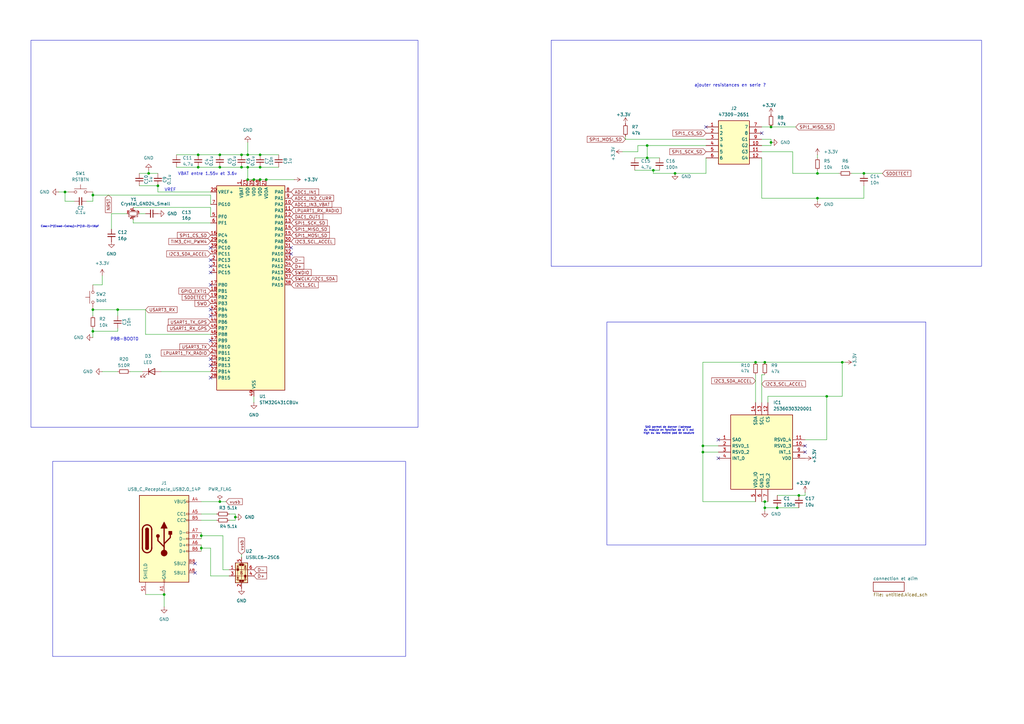
<source format=kicad_sch>
(kicad_sch (version 20231120) (generator "eeschema") (generator_version "8.0")
  (paper "A3")
  (lib_symbols
    (symbol "Device:C_Small" (pin_numbers hide) (pin_names (offset 0.254) hide)
      (property "Reference" "C" (at 0.254 1.778 0))
      (property "Value" "C_Small" (at 0.254 -2.032 0))
      (symbol "C_Small_0_1"
        (polyline (pts (xy -1.524 -0.508) (xy 1.524 -0.508)) (stroke (width 0.3302)))
        (polyline (pts (xy -1.524 0.508) (xy 1.524 0.508)) (stroke (width 0.3048)))
      )
      (symbol "C_Small_1_1"
        (pin passive line (at 0 2.54 270) (length 2.032) (name "~") (number "1"))
        (pin passive line (at 0 -2.54 90) (length 2.032) (name "~") (number "2"))
      )
    )
    (symbol "Device:Crystal_GND24_Small" (pin_names (offset 1.016) hide)
      (property "Reference" "Y" (at 1.27 4.445 0))
      (property "Value" "Crystal_GND24_Small" (at 1.27 2.54 0))
      (symbol "Crystal_GND24_Small_0_1"
        (rectangle (start -0.762 -1.524) (end 0.762 1.524))
        (polyline (pts (xy -1.27 -0.762) (xy -1.27 0.762)) (stroke (width 0.381)))
        (polyline (pts (xy 1.27 -0.762) (xy 1.27 0.762)) (stroke (width 0.381)))
        (polyline (pts (xy -1.27 -1.27) (xy -1.27 -1.905) (xy 1.27 -1.905) (xy 1.27 -1.27)))
        (polyline (pts (xy -1.27 1.27) (xy -1.27 1.905) (xy 1.27 1.905) (xy 1.27 1.27)))
      )
      (symbol "Crystal_GND24_Small_1_1"
        (pin passive line (at -2.54 0 0) (length 1.27) (name "1") (number "1"))
        (pin passive line (at 0 -2.54 90) (length 0.635) (name "2") (number "2"))
        (pin passive line (at 2.54 0 180) (length 1.27) (name "3") (number "3"))
        (pin passive line (at 0 2.54 270) (length 0.635) (name "4") (number "4"))
      )
    )
    (symbol "Device:LED" (pin_numbers hide) (pin_names (offset 1.016) hide)
      (property "Reference" "D" (at 0 2.54 0))
      (property "Value" "LED" (at 0 -2.54 0))
      (symbol "LED_0_1"
        (polyline (pts (xy -1.27 -1.27) (xy -1.27 1.27)) (stroke (width 0.254)))
        (polyline (pts (xy -1.27 0) (xy 1.27 0)))
        (polyline (pts (xy 1.27 -1.27) (xy 1.27 1.27) (xy -1.27 0) (xy 1.27 -1.27)) (stroke (width 0.254)))
        (polyline (pts (xy -3.048 -0.762) (xy -4.572 -2.286) (xy -3.81 -2.286) (xy -4.572 -2.286) (xy -4.572 -1.524)))
        (polyline (pts (xy -1.778 -0.762) (xy -3.302 -2.286) (xy -2.54 -2.286) (xy -3.302 -2.286) (xy -3.302 -1.524)))
      )
      (symbol "LED_1_1"
        (pin passive line (at -3.81 0 0) (length 2.54) (name "K") (number "1"))
        (pin passive line (at 3.81 0 180) (length 2.54) (name "A") (number "2"))
      )
    )
    (symbol "Device:R_Small" (pin_numbers hide) (pin_names (offset 0.254) hide)
      (property "Reference" "R" (at 0.762 0.508 0))
      (property "Value" "R_Small" (at 0.762 -1.016 0))
      (symbol "R_Small_0_1"
        (rectangle (start -0.762 1.778) (end 0.762 -1.778) (stroke (width 0.2032)))
      )
      (symbol "R_Small_1_1"
        (pin passive line (at 0 2.54 270) (length 0.762) (name "~") (number "1"))
        (pin passive line (at 0 -2.54 90) (length 0.762) (name "~") (number "2"))
      )
    )
    (symbol "LTC4065:USB_C_Receptacle_USB2.0_16P" (pin_names (offset 1.016))
      (property "Reference" "J1" (at 0 22.86 0))
      (property "Value" "USB_C_Receptacle_USB2.0_16P" (at 0 20.32 0))
      (symbol "USB_C_Receptacle_USB2.0_16P_0_0"
        (rectangle (start -0.254 -17.78) (end 0.254 -16.764))
        (rectangle (start 10.16 -4.826) (end 9.144 -5.334))
        (rectangle (start 10.16 -2.286) (end 9.144 -2.794))
        (rectangle (start 10.16 0.254) (end 9.144 -0.254))
        (rectangle (start 10.16 2.794) (end 9.144 2.286))
        (rectangle (start 10.16 7.874) (end 9.144 7.366))
        (rectangle (start 10.16 10.414) (end 9.144 9.906))
        (rectangle (start 10.16 15.494) (end 9.144 14.986))
      )
      (symbol "USB_C_Receptacle_USB2.0_16P_0_1"
        (rectangle (start -10.16 17.78) (end 10.16 -17.78) (stroke (width 0.254)) (fill (type background)))
        (arc (start -8.89 -3.81) (mid -6.985 -5.7067) (end -5.08 -3.81) (stroke (width 0.508)))
        (arc (start -7.62 -3.81) (mid -6.985 -4.4423) (end -6.35 -3.81) (stroke (width 0.254)))
        (arc (start -7.62 -3.81) (mid -6.985 -4.4423) (end -6.35 -3.81) (stroke (width 0.254)) (fill (type outline)))
        (rectangle (start -7.62 -3.81) (end -6.35 3.81) (stroke (width 0.254)) (fill (type outline)))
        (arc (start -6.35 3.81) (mid -6.985 4.4423) (end -7.62 3.81) (stroke (width 0.254)))
        (arc (start -6.35 3.81) (mid -6.985 4.4423) (end -7.62 3.81) (stroke (width 0.254)) (fill (type outline)))
        (arc (start -5.08 3.81) (mid -6.985 5.7067) (end -8.89 3.81) (stroke (width 0.508)))
        (circle (center -2.54 1.143) (radius 0.635) (stroke (width 0.254)) (fill (type outline)))
        (circle (center 0 -5.842) (radius 1.27) (fill (type outline)))
        (polyline (pts (xy -8.89 -3.81) (xy -8.89 3.81)) (stroke (width 0.508)))
        (polyline (pts (xy -5.08 3.81) (xy -5.08 -3.81)) (stroke (width 0.508)))
        (polyline (pts (xy 0 -5.842) (xy 0 4.318)) (stroke (width 0.508)))
        (polyline (pts (xy 0 -3.302) (xy -2.54 -0.762) (xy -2.54 0.508)) (stroke (width 0.508)))
        (polyline (pts (xy 0 -2.032) (xy 2.54 0.508) (xy 2.54 1.778)) (stroke (width 0.508)))
        (polyline (pts (xy -1.27 4.318) (xy 0 6.858) (xy 1.27 4.318) (xy -1.27 4.318)) (stroke (width 0.254)) (fill (type outline)))
        (rectangle (start 1.905 1.778) (end 3.175 3.048) (stroke (width 0.254)) (fill (type outline)))
      )
      (symbol "USB_C_Receptacle_USB2.0_16P_1_1"
        (pin passive line (at 0 -22.86 90) (length 5.08) (name "GND") (number "A1"))
        (pin passive line (at 15.24 15.24 180) (length 5.08) (name "VBUS") (number "A4"))
        (pin bidirectional line (at 15.24 10.16 180) (length 5.08) (name "CC1") (number "A5"))
        (pin bidirectional line (at 15.24 -2.54 180) (length 5.08) (name "D+") (number "A6"))
        (pin bidirectional line (at 15.24 2.54 180) (length 5.08) (name "D-") (number "A7"))
        (pin bidirectional line (at 12.7 -13.97 180) (length 2.54) (name "SBU1") (number "A8"))
        (pin bidirectional line (at 15.24 7.62 180) (length 5.08) (name "CC2") (number "B5"))
        (pin bidirectional line (at 15.24 -5.08 180) (length 5.08) (name "D+") (number "B6"))
        (pin bidirectional line (at 15.24 0 180) (length 5.08) (name "D-") (number "B7"))
        (pin bidirectional line (at 12.7 -10.16 180) (length 2.54) (name "SBU2") (number "B8"))
        (pin passive line (at -7.62 -22.86 90) (length 5.08) (name "SHIELD") (number "S1"))
      )
    )
    (symbol "MCU_ST_STM32G4:STM32G431CBUx"
      (property "Reference" "U" (at -12.7 44.45 0))
      (property "Value" "STM32G431CBUx" (at 10.16 44.45 0))
      (symbol "STM32G431CBUx_0_1"
        (rectangle (start -12.7 -40.64) (end 15.24 43.18) (stroke (width 0.254)) (fill (type background)))
      )
      (symbol "STM32G431CBUx_1_1"
        (pin power_in line (at -2.54 45.72 270) (length 2.54) (name "VBAT") (number "1"))
        (pin bidirectional line (at 17.78 35.56 180) (length 2.54) (name "PA2") (number "10"))
        (pin bidirectional line (at 17.78 33.02 180) (length 2.54) (name "PA3") (number "11"))
        (pin bidirectional line (at 17.78 30.48 180) (length 2.54) (name "PA4") (number "12"))
        (pin bidirectional line (at 17.78 27.94 180) (length 2.54) (name "PA5") (number "13"))
        (pin bidirectional line (at 17.78 25.4 180) (length 2.54) (name "PA6") (number "14"))
        (pin bidirectional line (at 17.78 22.86 180) (length 2.54) (name "PA7") (number "15"))
        (pin bidirectional line (at -15.24 22.86 0) (length 2.54) (name "PC4") (number "16"))
        (pin bidirectional line (at -15.24 2.54 0) (length 2.54) (name "PB0") (number "17"))
        (pin bidirectional line (at -15.24 0 0) (length 2.54) (name "PB1") (number "18"))
        (pin bidirectional line (at -15.24 -2.54 0) (length 2.54) (name "PB2") (number "19"))
        (pin bidirectional line (at -15.24 12.7 0) (length 2.54) (name "PC13") (number "2"))
        (pin input line (at -15.24 40.64 0) (length 2.54) (name "VREF+") (number "20"))
        (pin power_in line (at 7.62 45.72 270) (length 2.54) (name "VDDA") (number "21"))
        (pin bidirectional line (at -15.24 -22.86 0) (length 2.54) (name "PB10") (number "22"))
        (pin power_in line (at 0 45.72 270) (length 2.54) (name "VDD") (number "23"))
        (pin bidirectional line (at -15.24 -25.4 0) (length 2.54) (name "PB11") (number "24"))
        (pin bidirectional line (at -15.24 -27.94 0) (length 2.54) (name "PB12") (number "25"))
        (pin bidirectional line (at -15.24 -30.48 0) (length 2.54) (name "PB13") (number "26"))
        (pin bidirectional line (at -15.24 -33.02 0) (length 2.54) (name "PB14") (number "27"))
        (pin bidirectional line (at -15.24 -35.56 0) (length 2.54) (name "PB15") (number "28"))
        (pin bidirectional line (at -15.24 20.32 0) (length 2.54) (name "PC6") (number "29"))
        (pin bidirectional line (at -15.24 10.16 0) (length 2.54) (name "PC14") (number "3"))
        (pin bidirectional line (at 17.78 20.32 180) (length 2.54) (name "PA8") (number "30"))
        (pin bidirectional line (at 17.78 17.78 180) (length 2.54) (name "PA9") (number "31"))
        (pin bidirectional line (at 17.78 15.24 180) (length 2.54) (name "PA10") (number "32"))
        (pin bidirectional line (at 17.78 12.7 180) (length 2.54) (name "PA11") (number "33"))
        (pin bidirectional line (at 17.78 10.16 180) (length 2.54) (name "PA12") (number "34"))
        (pin power_in line (at 2.54 45.72 270) (length 2.54) (name "VDD") (number "35"))
        (pin bidirectional line (at 17.78 7.62 180) (length 2.54) (name "PA13") (number "36"))
        (pin bidirectional line (at 17.78 5.08 180) (length 2.54) (name "PA14") (number "37"))
        (pin bidirectional line (at 17.78 2.54 180) (length 2.54) (name "PA15") (number "38"))
        (pin bidirectional line (at -15.24 17.78 0) (length 2.54) (name "PC10") (number "39"))
        (pin bidirectional line (at -15.24 7.62 0) (length 2.54) (name "PC15") (number "4"))
        (pin bidirectional line (at -15.24 15.24 0) (length 2.54) (name "PC11") (number "40"))
        (pin bidirectional line (at -15.24 -5.08 0) (length 2.54) (name "PB3") (number "41"))
        (pin bidirectional line (at -15.24 -7.62 0) (length 2.54) (name "PB4") (number "42"))
        (pin bidirectional line (at -15.24 -10.16 0) (length 2.54) (name "PB5") (number "43"))
        (pin bidirectional line (at -15.24 -12.7 0) (length 2.54) (name "PB6") (number "44"))
        (pin bidirectional line (at -15.24 -15.24 0) (length 2.54) (name "PB7") (number "45"))
        (pin bidirectional line (at -15.24 -17.78 0) (length 2.54) (name "PB8") (number "46"))
        (pin bidirectional line (at -15.24 -20.32 0) (length 2.54) (name "PB9") (number "47"))
        (pin power_in line (at 5.08 45.72 270) (length 2.54) (name "VDD") (number "48"))
        (pin power_in line (at 2.54 -43.18 90) (length 2.54) (name "VSS") (number "49"))
        (pin bidirectional line (at -15.24 30.48 0) (length 2.54) (name "PF0") (number "5"))
        (pin bidirectional line (at -15.24 27.94 0) (length 2.54) (name "PF1") (number "6"))
        (pin bidirectional line (at -15.24 35.56 0) (length 2.54) (name "PG10") (number "7"))
        (pin bidirectional line (at 17.78 40.64 180) (length 2.54) (name "PA0") (number "8"))
        (pin bidirectional line (at 17.78 38.1 180) (length 2.54) (name "PA1") (number "9"))
      )
    )
    (symbol "Power_Protection:USBLC6-2SC6" (pin_names hide)
      (property "Reference" "U" (at 0.635 5.715 0))
      (property "Value" "USBLC6-2SC6" (at 0.635 3.81 0))
      (symbol "USBLC6-2SC6_0_0"
        (circle (center -1.524 0) (radius 0.0001) (stroke (width 0.508)))
        (circle (center -0.508 -4.572) (radius 0.0001) (stroke (width 0.508)))
        (circle (center -0.508 2.032) (radius 0.0001) (stroke (width 0.508)))
        (circle (center 0.508 -4.572) (radius 0.0001) (stroke (width 0.508)))
        (circle (center 0.508 2.032) (radius 0.0001) (stroke (width 0.508)))
        (circle (center 1.524 -2.54) (radius 0.0001) (stroke (width 0.508)))
      )
      (symbol "USBLC6-2SC6_0_1"
        (polyline (pts (xy -2.54 -2.54) (xy 2.54 -2.54)))
        (polyline (pts (xy -2.54 0) (xy 2.54 0)))
        (polyline (pts (xy -2.032 -3.048) (xy -1.016 -3.048)))
        (polyline (pts (xy -1.016 1.524) (xy -2.032 1.524)))
        (polyline (pts (xy 1.016 -3.048) (xy 2.032 -3.048)))
        (polyline (pts (xy 1.016 1.524) (xy 2.032 1.524)))
        (polyline (pts (xy -0.508 -1.143) (xy -0.508 -0.762) (xy 0.508 -0.762)))
        (polyline (pts (xy -2.032 0.508) (xy -1.016 0.508) (xy -1.524 1.524) (xy -2.032 0.508)))
        (polyline (pts (xy -1.016 -4.064) (xy -2.032 -4.064) (xy -1.524 -3.048) (xy -1.016 -4.064)))
        (polyline (pts (xy 0.508 -1.778) (xy -0.508 -1.778) (xy 0 -0.762) (xy 0.508 -1.778)))
        (polyline (pts (xy 2.032 -4.064) (xy 1.016 -4.064) (xy 1.524 -3.048) (xy 2.032 -4.064)))
        (polyline (pts (xy 2.032 0.508) (xy 1.016 0.508) (xy 1.524 1.524) (xy 2.032 0.508)))
        (polyline (pts (xy 0 2.54) (xy -0.508 2.032) (xy 0.508 2.032) (xy 0 1.524) (xy 0 -4.064) (xy -0.508 -4.572) (xy 0.508 -4.572) (xy 0 -5.08)))
      )
      (symbol "USBLC6-2SC6_1_1"
        (rectangle (start -2.54 2.794) (end 2.54 -5.334) (stroke (width 0.254)) (fill (type background)))
        (polyline (pts (xy -0.508 2.032) (xy -1.524 2.032) (xy -1.524 -4.572) (xy -0.508 -4.572)))
        (polyline (pts (xy 0.508 -4.572) (xy 1.524 -4.572) (xy 1.524 2.032) (xy 0.508 2.032)))
        (pin passive line (at -5.08 0 0) (length 2.54) (name "I/O1") (number "1"))
        (pin passive line (at 0 -7.62 90) (length 2.54) (name "GND") (number "2"))
        (pin passive line (at -5.08 -2.54 0) (length 2.54) (name "I/O2") (number "3"))
        (pin passive line (at 5.08 -2.54 180) (length 2.54) (name "I/O2") (number "4"))
        (pin passive line (at 0 5.08 270) (length 2.54) (name "VBUS") (number "5"))
        (pin passive line (at 5.08 0 180) (length 2.54) (name "I/O1") (number "6"))
      )
    )
    (symbol "Switch:SW_Push" (pin_numbers hide) (pin_names (offset 1.016) hide)
      (property "Reference" "SW" (at 1.27 2.54 0))
      (property "Value" "SW_Push" (at 0 -1.524 0))
      (symbol "SW_Push_0_1"
        (circle (center -2.032 0) (radius 0.508))
        (polyline (pts (xy 0 1.27) (xy 0 3.048)))
        (polyline (pts (xy 2.54 1.27) (xy -2.54 1.27)))
        (circle (center 2.032 0) (radius 0.508))
        (pin passive line (at -5.08 0 0) (length 2.54) (name "1") (number "1"))
        (pin passive line (at 5.08 0 180) (length 2.54) (name "2") (number "2"))
      )
    )
    (symbol "WSEN-ISDS:2536030320001"
      (property "Reference" "IC" (at 31.75 15.24 0))
      (property "Value" "2536030320001" (at 31.75 12.7 0))
      (symbol "2536030320001_1_1"
        (rectangle (start 5.08 10.16) (end 30.48 -20.32) (stroke (width 0.254)) (fill (type background)))
        (pin passive line (at 0 0 0) (length 5.08) (name "SAO") (number "1"))
        (pin passive line (at 35.56 -2.54 180) (length 5.08) (name "RSVD_3") (number "10"))
        (pin passive line (at 35.56 0 180) (length 5.08) (name "RSVD_4") (number "11"))
        (pin passive line (at 20.32 15.24 270) (length 5.08) (name "CS") (number "12"))
        (pin passive line (at 17.78 15.24 270) (length 5.08) (name "SCL") (number "13"))
        (pin passive line (at 15.24 15.24 270) (length 5.08) (name "SDA") (number "14"))
        (pin passive line (at 0 -2.54 0) (length 5.08) (name "RSVD_1") (number "2"))
        (pin passive line (at 0 -5.08 0) (length 5.08) (name "RSVD_2") (number "3"))
        (pin passive line (at 0 -7.62 0) (length 5.08) (name "INT_0") (number "4"))
        (pin passive line (at 15.24 -25.4 90) (length 5.08) (name "VDD_IO") (number "5"))
        (pin passive line (at 17.78 -25.4 90) (length 5.08) (name "GND_1") (number "6"))
        (pin passive line (at 20.32 -25.4 90) (length 5.08) (name "GND_2") (number "7"))
        (pin passive line (at 35.56 -7.62 180) (length 5.08) (name "VDD") (number "8"))
        (pin passive line (at 35.56 -5.08 180) (length 5.08) (name "INT_1") (number "9"))
      )
    )
    (symbol "molex 47309-2651:47309-2651"
      (property "Reference" "J" (at 19.05 7.62 0))
      (property "Value" "47309-2651" (at 19.05 5.08 0))
      (symbol "47309-2651_1_1"
        (rectangle (start 5.08 2.54) (end 17.78 -15.24) (stroke (width 0.254)) (fill (type background)))
        (pin passive line (at 0 0 0) (length 5.08) (name "1") (number "1"))
        (pin passive line (at 22.86 -7.62 180) (length 5.08) (name "G2") (number "10"))
        (pin passive line (at 22.86 -10.16 180) (length 5.08) (name "G3") (number "11"))
        (pin passive line (at 22.86 -12.7 180) (length 5.08) (name "G4") (number "12"))
        (pin passive line (at 0 -2.54 0) (length 5.08) (name "2") (number "2"))
        (pin passive line (at 0 -5.08 0) (length 5.08) (name "3") (number "3"))
        (pin passive line (at 0 -7.62 0) (length 5.08) (name "4") (number "4"))
        (pin passive line (at 0 -10.16 0) (length 5.08) (name "5") (number "5"))
        (pin passive line (at 0 -12.7 0) (length 5.08) (name "6") (number "6"))
        (pin passive line (at 22.86 0 180) (length 5.08) (name "7") (number "7"))
        (pin passive line (at 22.86 -2.54 180) (length 5.08) (name "8") (number "8"))
        (pin passive line (at 22.86 -5.08 180) (length 5.08) (name "G1") (number "9"))
      )
    )
    (symbol "power:+3.3V" (power) (pin_numbers hide) (pin_names (offset 0) hide)
      (property "Value" "+3.3V" (at 0 3.556 0))
      (symbol "+3.3V_0_1"
        (polyline (pts (xy -0.762 1.27) (xy 0 2.54)))
        (polyline (pts (xy 0 0) (xy 0 2.54)))
        (polyline (pts (xy 0 2.54) (xy 0.762 1.27)))
      )
      (symbol "+3.3V_1_1"
        (pin power_in line (at 0 0 90) (length 0) (name "~") (number "1"))
      )
    )
    (symbol "power:GND" (power) (pin_numbers hide) (pin_names (offset 0) hide)
      (property "Value" "GND" (at 0 -3.81 0))
      (symbol "GND_0_1"
        (polyline (pts (xy 0 0) (xy 0 -1.27) (xy 1.27 -1.27) (xy 0 -2.54) (xy -1.27 -1.27) (xy 0 -1.27)))
      )
      (symbol "GND_1_1"
        (pin power_in line (at 0 0 270) (length 0) (name "~") (number "1"))
      )
    )
    (symbol "power:PWR_FLAG" (power) (pin_numbers hide) (pin_names (offset 0) hide)
      (property "Value" "PWR_FLAG" (at 0 3.81 0))
      (symbol "PWR_FLAG_0_0"
        (pin power_out line (at 0 0 90) (length 0) (name "~") (number "1"))
      )
      (symbol "PWR_FLAG_0_1"
        (polyline (pts (xy 0 0) (xy 0 1.27) (xy -1.016 1.905) (xy 0 2.54) (xy 1.016 1.905) (xy 0 1.27)))
      )
    )
  )
  (junction (at 318.77 208.28))
  (junction (at 276.86 71.12))
  (junction (at 288.29 182.88))
  (junction (at 106.68 68.58))
  (junction (at 48.26 127))
  (junction (at 90.17 205.74))
  (junction (at 265.43 64.77))
  (junction (at 67.31 243.84))
  (junction (at 316.23 58.42))
  (junction (at 313.69 148.59))
  (junction (at 313.69 208.28))
  (junction (at 99.06 63.5))
  (junction (at 99.06 68.58))
  (junction (at 81.28 68.58))
  (junction (at 26.67 78.74))
  (junction (at 38.1 127))
  (junction (at 339.09 162.56))
  (junction (at 81.28 63.5))
  (junction (at 335.28 71.12))
  (junction (at 345.44 148.59))
  (junction (at 82.55 224.79))
  (junction (at 90.17 63.5))
  (junction (at 313.69 205.74))
  (junction (at 267.97 69.85))
  (junction (at 309.88 148.59))
  (junction (at 288.29 185.42))
  (junction (at 82.55 219.71))
  (junction (at 109.22 73.66))
  (junction (at 101.6 68.58))
  (junction (at 104.14 73.66))
  (junction (at 354.33 71.12))
  (junction (at 106.68 63.5))
  (junction (at 101.6 63.5))
  (junction (at 106.68 73.66))
  (junction (at 101.6 73.66))
  (junction (at 60.96 71.12))
  (junction (at 38.1 80.01))
  (junction (at 38.1 135.89))
  (junction (at 316.23 52.07))
  (junction (at 64.77 76.2))
  (junction (at 335.28 81.28))
  (junction (at 265.43 59.69))
  (junction (at 90.17 68.58))
  (junction (at 96.52 212.09))
  (junction (at 327.66 203.2))
  (no_connect (at 86.36 106.68))
  (no_connect (at 119.38 101.6))
  (no_connect (at 289.56 52.07))
  (no_connect (at 86.36 127))
  (no_connect (at 330.2 182.88))
  (no_connect (at 86.36 111.76))
  (no_connect (at 86.36 116.84))
  (no_connect (at 330.2 185.42))
  (no_connect (at 294.64 187.96))
  (no_connect (at 86.36 147.32))
  (no_connect (at 294.64 180.34))
  (no_connect (at 86.36 101.6))
  (no_connect (at 86.36 149.86))
  (no_connect (at 86.36 109.22))
  (no_connect (at 80.01 231.14))
  (no_connect (at 86.36 139.7))
  (no_connect (at 86.36 154.94))
  (no_connect (at 80.01 234.95))
  (no_connect (at 119.38 104.14))
  (no_connect (at 86.36 129.54))
  (no_connect (at 312.42 54.61))
  (wire (pts (xy 313.69 205.74) (xy 313.69 208.28)))
  (wire (pts (xy 90.17 68.58) (xy 99.06 68.58)))
  (wire (pts (xy 106.68 73.66) (xy 109.22 73.66)))
  (wire (pts (xy 101.6 68.58) (xy 99.06 68.58)))
  (wire (pts (xy 93.98 213.36) (xy 96.52 213.36)))
  (wire (pts (xy 93.98 233.68) (xy 91.44 233.68)))
  (wire (pts (xy 38.1 135.89) (xy 38.1 138.43)))
  (wire (pts (xy 93.98 210.82) (xy 96.52 210.82)))
  (wire (pts (xy 335.28 71.12) (xy 344.17 71.12)))
  (wire (pts (xy 96.52 210.82) (xy 96.52 212.09)))
  (wire (pts (xy 339.09 162.56) (xy 345.44 162.56)))
  (wire (pts (xy 72.39 68.58) (xy 81.28 68.58)))
  (wire (pts (xy 313.69 208.28) (xy 318.77 208.28)))
  (wire (pts (xy 26.67 78.74) (xy 27.94 78.74)))
  (wire (pts (xy 82.55 205.74) (xy 90.17 205.74)))
  (wire (pts (xy 288.29 185.42) (xy 288.29 182.88)))
  (wire (pts (xy 327.66 203.2) (xy 330.2 203.2)))
  (wire (pts (xy 330.2 201.93) (xy 330.2 203.2)))
  (wire (pts (xy 86.36 85.09) (xy 86.36 88.9)))
  (wire (pts (xy 101.6 73.66) (xy 104.14 73.66)))
  (wire (pts (xy 57.15 76.2) (xy 64.77 76.2)))
  (wire (pts (xy 86.36 78.74) (xy 64.77 78.74)))
  (wire (pts (xy 72.39 63.5) (xy 81.28 63.5)))
  (wire (pts (xy 64.77 76.2) (xy 64.77 78.74)))
  (wire (pts (xy 35.56 82.55) (xy 38.1 82.55)))
  (wire (pts (xy 312.42 153.67) (xy 313.69 153.67)))
  (wire (pts (xy 82.55 210.82) (xy 88.9 210.82)))
  (wire (pts (xy 53.34 152.4) (xy 58.42 152.4)))
  (wire (pts (xy 325.12 62.23) (xy 325.12 71.12)))
  (wire (pts (xy 335.28 81.28) (xy 335.28 82.55)))
  (wire (pts (xy 38.1 80.01) (xy 38.1 82.55)))
  (wire (pts (xy 261.62 62.23) (xy 261.62 59.69)))
  (wire (pts (xy 26.67 82.55) (xy 26.67 78.74)))
  (wire (pts (xy 54.61 91.44) (xy 86.36 91.44)))
  (wire (pts (xy 96.52 213.36) (xy 96.52 212.09)))
  (wire (pts (xy 288.29 185.42) (xy 294.64 185.42)))
  (wire (pts (xy 38.1 80.01) (xy 86.36 80.01)))
  (wire (pts (xy 288.29 182.88) (xy 294.64 182.88)))
  (wire (pts (xy 67.31 243.84) (xy 67.31 248.92)))
  (wire (pts (xy 312.42 205.74) (xy 313.69 205.74)))
  (wire (pts (xy 59.69 127) (xy 48.26 127)))
  (wire (pts (xy 313.69 205.74) (xy 314.96 205.74)))
  (wire (pts (xy 325.12 71.12) (xy 335.28 71.12)))
  (wire (pts (xy 330.2 180.34) (xy 339.09 180.34)))
  (wire (pts (xy 104.14 162.56) (xy 104.14 165.1)))
  (wire (pts (xy 316.23 58.42) (xy 316.23 57.15)))
  (wire (pts (xy 316.23 59.69) (xy 316.23 58.42)))
  (wire (pts (xy 52.07 87.63) (xy 45.72 87.63)))
  (wire (pts (xy 104.14 73.66) (xy 106.68 73.66)))
  (wire (pts (xy 38.1 134.62) (xy 38.1 135.89)))
  (wire (pts (xy 86.36 137.16) (xy 59.69 137.16)))
  (wire (pts (xy 288.29 148.59) (xy 309.88 148.59)))
  (wire (pts (xy 316.23 52.07) (xy 312.42 52.07)))
  (wire (pts (xy 60.96 71.12) (xy 64.77 71.12)))
  (wire (pts (xy 60.96 69.85) (xy 60.96 71.12)))
  (wire (pts (xy 82.55 223.52) (xy 82.55 224.79)))
  (wire (pts (xy 48.26 135.89) (xy 38.1 135.89)))
  (wire (pts (xy 256.54 57.15) (xy 256.54 55.88)))
  (wire (pts (xy 256.54 57.15) (xy 289.56 57.15)))
  (wire (pts (xy 312.42 81.28) (xy 312.42 64.77)))
  (wire (pts (xy 339.09 180.34) (xy 339.09 162.56)))
  (wire (pts (xy 91.44 233.68) (xy 91.44 219.71)))
  (wire (pts (xy 81.28 68.58) (xy 90.17 68.58)))
  (wire (pts (xy 318.77 203.2) (xy 327.66 203.2)))
  (wire (pts (xy 54.61 91.44) (xy 54.61 90.17)))
  (wire (pts (xy 267.97 69.85) (xy 270.51 69.85)))
  (wire (pts (xy 106.68 63.5) (xy 114.3 63.5)))
  (wire (pts (xy 313.69 208.28) (xy 313.69 209.55)))
  (wire (pts (xy 349.25 71.12) (xy 354.33 71.12)))
  (wire (pts (xy 54.61 85.09) (xy 86.36 85.09)))
  (wire (pts (xy 57.15 71.12) (xy 60.96 71.12)))
  (wire (pts (xy 312.42 165.1) (xy 312.42 153.67)))
  (wire (pts (xy 101.6 68.58) (xy 106.68 68.58)))
  (wire (pts (xy 335.28 63.5) (xy 335.28 64.77)))
  (wire (pts (xy 57.15 87.63) (xy 59.69 87.63)))
  (wire (pts (xy 314.96 162.56) (xy 339.09 162.56)))
  (wire (pts (xy 82.55 218.44) (xy 82.55 219.71)))
  (wire (pts (xy 345.44 148.59) (xy 346.71 148.59)))
  (wire (pts (xy 312.42 59.69) (xy 316.23 59.69)))
  (wire (pts (xy 313.69 148.59) (xy 345.44 148.59)))
  (wire (pts (xy 82.55 224.79) (xy 82.55 226.06)))
  (wire (pts (xy 66.04 152.4) (xy 86.36 152.4)))
  (wire (pts (xy 86.36 236.22) (xy 86.36 224.79)))
  (wire (pts (xy 345.44 162.56) (xy 345.44 148.59)))
  (wire (pts (xy 24.13 78.74) (xy 26.67 78.74)))
  (wire (pts (xy 309.88 148.59) (xy 313.69 148.59)))
  (wire (pts (xy 38.1 78.74) (xy 38.1 80.01)))
  (wire (pts (xy 93.98 236.22) (xy 86.36 236.22)))
  (wire (pts (xy 260.35 69.85) (xy 267.97 69.85)))
  (wire (pts (xy 109.22 73.66) (xy 120.65 73.66)))
  (wire (pts (xy 289.56 71.12) (xy 276.86 71.12)))
  (wire (pts (xy 59.69 137.16) (xy 59.69 127)))
  (wire (pts (xy 335.28 81.28) (xy 312.42 81.28)))
  (wire (pts (xy 30.48 82.55) (xy 26.67 82.55)))
  (wire (pts (xy 289.56 59.69) (xy 265.43 59.69)))
  (wire (pts (xy 354.33 81.28) (xy 335.28 81.28)))
  (wire (pts (xy 38.1 127) (xy 48.26 127)))
  (wire (pts (xy 267.97 71.12) (xy 267.97 69.85)))
  (wire (pts (xy 91.44 219.71) (xy 82.55 219.71)))
  (wire (pts (xy 99.06 228.6) (xy 99.06 227.33)))
  (wire (pts (xy 354.33 71.12) (xy 361.95 71.12)))
  (wire (pts (xy 99.06 63.5) (xy 101.6 63.5)))
  (wire (pts (xy 101.6 68.58) (xy 101.6 73.66)))
  (wire (pts (xy 90.17 205.74) (xy 92.71 205.74)))
  (wire (pts (xy 261.62 59.69) (xy 265.43 59.69)))
  (wire (pts (xy 41.91 152.4) (xy 48.26 152.4)))
  (wire (pts (xy 59.69 243.84) (xy 67.31 243.84)))
  (wire (pts (xy 82.55 213.36) (xy 88.9 213.36)))
  (wire (pts (xy 276.86 71.12) (xy 267.97 71.12)))
  (wire (pts (xy 41.91 116.84) (xy 38.1 116.84)))
  (wire (pts (xy 48.26 134.62) (xy 48.26 135.89)))
  (wire (pts (xy 86.36 80.01) (xy 86.36 83.82)))
  (wire (pts (xy 106.68 68.58) (xy 114.3 68.58)))
  (wire (pts (xy 335.28 69.85) (xy 335.28 71.12)))
  (wire (pts (xy 48.26 127) (xy 48.26 129.54)))
  (wire (pts (xy 90.17 63.5) (xy 99.06 63.5)))
  (wire (pts (xy 318.77 208.28) (xy 327.66 208.28)))
  (wire (pts (xy 101.6 58.42) (xy 101.6 63.5)))
  (wire (pts (xy 316.23 57.15) (xy 312.42 57.15)))
  (wire (pts (xy 312.42 62.23) (xy 325.12 62.23)))
  (wire (pts (xy 38.1 129.54) (xy 38.1 127)))
  (wire (pts (xy 314.96 165.1) (xy 314.96 162.56)))
  (wire (pts (xy 41.91 113.03) (xy 41.91 116.84)))
  (wire (pts (xy 101.6 63.5) (xy 106.68 63.5)))
  (wire (pts (xy 289.56 64.77) (xy 289.56 71.12)))
  (wire (pts (xy 326.39 52.07) (xy 316.23 52.07)))
  (wire (pts (xy 265.43 64.77) (xy 270.51 64.77)))
  (wire (pts (xy 82.55 219.71) (xy 82.55 220.98)))
  (wire (pts (xy 86.36 224.79) (xy 82.55 224.79)))
  (wire (pts (xy 255.27 62.23) (xy 261.62 62.23)))
  (wire (pts (xy 265.43 59.69) (xy 265.43 64.77)))
  (wire (pts (xy 288.29 185.42) (xy 288.29 205.74)))
  (wire (pts (xy 260.35 64.77) (xy 265.43 64.77)))
  (wire (pts (xy 309.88 205.74) (xy 288.29 205.74)))
  (wire (pts (xy 288.29 182.88) (xy 288.29 148.59)))
  (wire (pts (xy 45.72 87.63) (xy 45.72 93.98)))
  (wire (pts (xy 309.88 153.67) (xy 309.88 165.1)))
  (wire (pts (xy 81.28 63.5) (xy 90.17 63.5)))
  (wire (pts (xy 354.33 76.2) (xy 354.33 81.28)))
  (rectangle (start 21.59 189.23) (end 166.37 269.24))
  (rectangle (start 248.92 132.08) (end 379.73 223.52))
  (rectangle (start 12.7 16.51) (end 171.45 175.26))
  (rectangle (start 226.06 16.51) (end 402.59 109.22))
  (text "Cosc=2*(Cload-Cstray)=2*(10-2)=16pF\n" (at 28.702 92.964 0) (effects (font (size 0.762 0.762))))
  (text "PB8-BOOT0" (at 51.054 139.192 0) (effects (font (size 1.27 1.27))))
  (text "VREF\n" (at 69.85 77.978 0) (effects (font (size 1.27 1.27))))
  (text "ajouter resistances en serie ?\n" (at 299.466 35.052 0) (effects (font (size 1.27 1.27))))
  (text "SAO permet de donner l'adresse\n du module en fonction de si il est\n high ou low mettre pad de soudure" (at 274.066 176.53 0) (effects (font (size 0.762 0.762))))
  (text "VBAT entre 1.55v et 3.6v" (at 85.09 71.374 0) (effects (font (size 1.27 1.27))))
  (global_label "D+" (shape input) (at 119.38 109.22 0) (property "Intersheetrefs" "${INTERSHEET_REFS}" (effects (hide yes))))
  (global_label "D+" (shape input) (at 104.14 236.22 0) (property "Intersheetrefs" "${INTERSHEET_REFS}" (effects (hide yes))))
  (global_label "SWO" (shape input) (at 86.36 124.46 180) (property "Intersheetrefs" "${INTERSHEET_REFS}" (effects (hide yes))))
  (global_label "SPI1_CS_SD" (shape input) (at 86.36 96.52 180) (property "Intersheetrefs" "${INTERSHEET_REFS}" (effects (hide yes))))
  (global_label "USART1_TX_GPS" (shape input) (at 86.36 132.08 180) (property "Intersheetrefs" "${INTERSHEET_REFS}" (effects (hide yes))))
  (global_label "vusb" (shape input) (at 99.06 227.33 90) (property "Intersheetrefs" "${INTERSHEET_REFS}" (effects (hide yes))))
  (global_label "SPI1_MOSI_SD" (shape input) (at 256.54 57.15 180) (property "Intersheetrefs" "${INTERSHEET_REFS}" (effects (hide yes))))
  (global_label "LPUART1_RX_RADIO" (shape input) (at 119.38 86.36 0) (property "Intersheetrefs" "${INTERSHEET_REFS}" (effects (hide yes))))
  (global_label "I2C1_SCL" (shape input) (at 119.38 116.84 0) (property "Intersheetrefs" "${INTERSHEET_REFS}" (effects (hide yes))))
  (global_label "I2C3_SDA_ACCEL" (shape input) (at 309.88 156.21 180) (property "Intersheetrefs" "${INTERSHEET_REFS}" (effects (hide yes))))
  (global_label "SPI1_SCK_SD" (shape input) (at 289.56 62.23 180) (property "Intersheetrefs" "${INTERSHEET_REFS}" (effects (hide yes))))
  (global_label "ADC1_IN3_VBAT" (shape input) (at 119.38 83.82 0) (property "Intersheetrefs" "${INTERSHEET_REFS}" (effects (hide yes))))
  (global_label "I2C3_SCL_ACCEL" (shape input) (at 119.38 99.06 0) (property "Intersheetrefs" "${INTERSHEET_REFS}" (effects (hide yes))))
  (global_label "SWCLK{slash}I2C1_SDA" (shape input) (at 119.38 114.3 0) (property "Intersheetrefs" "${INTERSHEET_REFS}" (effects (hide yes))))
  (global_label "SPI1_MISO_SD" (shape input) (at 326.39 52.07 0) (property "Intersheetrefs" "${INTERSHEET_REFS}" (effects (hide yes))))
  (global_label "USART1_RX_GPS" (shape input) (at 86.36 134.62 180) (property "Intersheetrefs" "${INTERSHEET_REFS}" (effects (hide yes))))
  (global_label "SPI1_MISO_SD" (shape input) (at 119.38 93.98 0) (property "Intersheetrefs" "${INTERSHEET_REFS}" (effects (hide yes))))
  (global_label "I2C3_SDA_ACCEL" (shape input) (at 86.36 104.14 180) (property "Intersheetrefs" "${INTERSHEET_REFS}" (effects (hide yes))))
  (global_label "D-" (shape input) (at 104.14 233.68 0) (property "Intersheetrefs" "${INTERSHEET_REFS}" (effects (hide yes))))
  (global_label "ADC1_IN1" (shape input) (at 119.38 78.74 0) (property "Intersheetrefs" "${INTERSHEET_REFS}" (effects (hide yes))))
  (global_label "SDDETECT" (shape input) (at 86.36 121.92 180) (property "Intersheetrefs" "${INTERSHEET_REFS}" (effects (hide yes))))
  (global_label "I2C3_SCL_ACCEL" (shape input) (at 312.42 157.48 0) (property "Intersheetrefs" "${INTERSHEET_REFS}" (effects (hide yes))))
  (global_label "TIM3_CHI_PWM4" (shape input) (at 86.36 99.06 180) (property "Intersheetrefs" "${INTERSHEET_REFS}" (effects (hide yes))))
  (global_label "NRST" (shape input) (at 44.45 80.01 270) (property "Intersheetrefs" "${INTERSHEET_REFS}" (effects (hide yes))))
  (global_label "SPI1_SCK_SD" (shape input) (at 119.38 91.44 0) (property "Intersheetrefs" "${INTERSHEET_REFS}" (effects (hide yes))))
  (global_label "SDDETECT" (shape input) (at 361.95 71.12 0) (property "Intersheetrefs" "${INTERSHEET_REFS}" (effects (hide yes))))
  (global_label "USART3_TX" (shape input) (at 86.36 142.24 180) (property "Intersheetrefs" "${INTERSHEET_REFS}" (effects (hide yes))))
  (global_label "SWDIO" (shape input) (at 119.38 111.76 0) (property "Intersheetrefs" "${INTERSHEET_REFS}" (effects (hide yes))))
  (global_label "GPIO_EXTI1" (shape input) (at 86.36 119.38 180) (property "Intersheetrefs" "${INTERSHEET_REFS}" (effects (hide yes))))
  (global_label "vusb" (shape input) (at 92.71 205.74 0) (property "Intersheetrefs" "${INTERSHEET_REFS}" (effects (hide yes))))
  (global_label "D-" (shape input) (at 119.38 106.68 0) (property "Intersheetrefs" "${INTERSHEET_REFS}" (effects (hide yes))))
  (global_label "DAC1_OUT1" (shape input) (at 119.38 88.9 0) (property "Intersheetrefs" "${INTERSHEET_REFS}" (effects (hide yes))))
  (global_label "SPI1_MOSI_SD" (shape input) (at 119.38 96.52 0) (property "Intersheetrefs" "${INTERSHEET_REFS}" (effects (hide yes))))
  (global_label "ADC1_IN2_CURR" (shape input) (at 119.38 81.28 0) (property "Intersheetrefs" "${INTERSHEET_REFS}" (effects (hide yes))))
  (global_label "LPUART1_TX_RADIO" (shape input) (at 86.36 144.78 180) (property "Intersheetrefs" "${INTERSHEET_REFS}" (effects (hide yes))))
  (global_label "USART3_RX" (shape input) (at 59.69 127 0) (property "Intersheetrefs" "${INTERSHEET_REFS}" (effects (hide yes))))
  (global_label "SPI1_CS_SD" (shape input) (at 289.56 54.61 180) (property "Intersheetrefs" "${INTERSHEET_REFS}" (effects (hide yes))))
  (symbol (lib_id "power:GND") (at 45.72 99.06 0) (unit 1)
    (property "Reference" "#PWR012" (effects (hide yes)))
    (property "Value" "GND" (at 45.72 104.14 0))
    (property "Description" "Power symbol creates a global label with name \"GND\" , ground" (effects (hide yes)))
  )
  (symbol (lib_id "power:GND") (at 99.06 241.3 0) (unit 1)
    (property "Reference" "#PWR06" (effects (hide yes)))
    (property "Value" "GND" (at 99.06 246.38 0))
    (property "Description" "Power symbol creates a global label with name \"GND\" , ground" (effects (hide yes)))
  )
  (symbol (lib_id "Power_Protection:USBLC6-2SC6") (at 99.06 233.68 0) (unit 1)
    (property "Reference" "U2" (at 100.7111 226.06 0) (effects (justify left)))
    (property "Value" "USBLC6-2SC6" (at 100.7111 228.6 0) (effects (justify left)))
    (property "Footprint" "Package_TO_SOT_SMD:SOT-23-6" (effects (hide yes)))
    (property "Datasheet" "https://www.st.com/resource/en/datasheet/usblc6-2.pdf" (effects (hide yes)))
    (property "Description" "Very low capacitance ESD protection diode, 2 data-line, SOT-23-6" (effects (hide yes)))
  )
  (symbol (lib_id "power:GND") (at 67.31 248.92 0) (unit 1)
    (property "Reference" "#PWR04" (effects (hide yes)))
    (property "Value" "GND" (at 67.31 254 0))
    (property "Description" "Power symbol creates a global label with name \"GND\" , ground" (effects (hide yes)))
  )
  (symbol (lib_id "Device:R_Small") (at 309.88 151.13 180) (unit 1)
    (property "Reference" "R10" (at 303.784 149.86 0) (effects (justify right)))
    (property "Value" "47k" (at 303.784 152.146 0) (effects (justify right)))
    (property "Footprint" "Resistor_SMD:R_0402_1005Metric_Pad0.72x0.64mm_HandSolder" (effects (hide yes)))
    (property "Description" "Resistor, small symbol" (effects (hide yes)))
  )
  (symbol (lib_id "power:+3.3V") (at 255.27 62.23 90) (unit 1)
    (property "Reference" "#PWR016" (effects (hide yes)))
    (property "Value" "+3.3V" (at 251.46 66.04 0) (effects (justify left)))
    (property "Description" "Power symbol creates a global label with name \"+3.3V\"" (effects (hide yes)))
  )
  (symbol (lib_id "Device:R_Small") (at 91.44 213.36 90) (unit 1)
    (property "Reference" "R4" (at 91.44 215.9 90))
    (property "Value" "5.1k" (at 95.25 215.9 90))
    (property "Footprint" "Resistor_SMD:R_0402_1005Metric_Pad0.72x0.64mm_HandSolder" (effects (hide yes)))
    (property "Description" "Resistor, small symbol" (effects (hide yes)))
  )
  (symbol (lib_id "molex 47309-2651:47309-2651") (at 289.56 52.07 0) (unit 1)
    (property "Reference" "J2" (at 300.99 44.45 0))
    (property "Value" "47309-2651" (at 300.99 46.99 0))
    (property "Footprint" "47309-2651" (effects (hide yes)))
    (property "Datasheet" "http://www.molex.com/webdocs/datasheets/pdf/en-us//0473092651_MEMORY_CARD_SOCKET.pdf" (effects (hide yes)))
    (property "Description" "1 Micro SD Detect switch 2.65mm height" (effects (hide yes)))
    (property "Manufacturer_Name" "Molex" (effects (hide yes)))
    (property "Manufacturer_Part_Number" "47309-2651" (effects (hide yes)))
  )
  (symbol (lib_id "Device:C_Small") (at 62.23 87.63 270) (unit 1)
    (property "Reference" "C13" (at 76.454 87.122 90))
    (property "Value" "16p" (at 76.454 89.408 90))
    (property "Footprint" "Capacitor_SMD:C_0402_1005Metric_Pad0.74x0.62mm_HandSolder" (effects (hide yes)))
    (property "Description" "Unpolarized capacitor, small symbol" (effects (hide yes)))
  )
  (symbol (lib_id "Device:C_Small") (at 90.17 66.04 180) (unit 1)
    (property "Reference" "C5" (at 94.234 66.04 90))
    (property "Value" "0.1u" (at 96.012 66.04 90))
    (property "Footprint" "Capacitor_SMD:C_0402_1005Metric_Pad0.74x0.62mm_HandSolder" (effects (hide yes)))
    (property "Description" "Unpolarized capacitor, small symbol" (effects (hide yes)))
  )
  (symbol (lib_id "Device:C_Small") (at 45.72 96.52 0) (unit 1)
    (property "Reference" "C12" (at 48.26 95.2562 0) (effects (justify left)))
    (property "Value" "16p" (at 48.26 97.7962 0) (effects (justify left)))
    (property "Footprint" "Capacitor_SMD:C_0402_1005Metric_Pad0.74x0.62mm_HandSolder" (effects (hide yes)))
    (property "Description" "Unpolarized capacitor, small symbol" (effects (hide yes)))
  )
  (symbol (lib_id "WSEN-ISDS:2536030320001") (at 294.64 180.34 0) (unit 1)
    (property "Reference" "IC1" (at 317.1541 165.1 0) (effects (justify left)))
    (property "Value" "2536030320001" (at 317.1541 167.64 0) (effects (justify left)))
    (property "Footprint" "2536030320001" (effects (hide yes)))
    (property "Datasheet" "https://www.we-online.com/components/products/datasheet/2536030320001.pdf" (effects (hide yes)))
    (property "Description" "IMUs - Inertial Measurement Units WSEN-ISDS IMU 6-axis (Inertial measurement unit) +/-16g, +/-2000 dps,-40 +/- 85C" (effects (hide yes)))
    (property "Height" "0.86" (effects (hide yes)))
    (property "Manufacturer_Name" "Wurth Elektronik" (effects (hide yes)))
    (property "Manufacturer_Part_Number" "2536030320001" (effects (hide yes)))
    (property "Mouser Part Number" "710-2536030320001" (effects (hide yes)))
    (property "Mouser Price/Stock" "https://www.mouser.co.uk/ProductDetail/Wurth-Elektronik/2536030320001?qs=ulEaXIWI0c9qLb0BLguFyA%3D%3D" (effects (hide yes)))
  )
  (symbol (lib_id "Device:C_Small") (at 64.77 73.66 180) (unit 1)
    (property "Reference" "C9" (at 67.564 73.66 90))
    (property "Value" "0.1u" (at 69.342 73.66 90))
    (property "Footprint" "Capacitor_SMD:C_0402_1005Metric_Pad0.74x0.62mm_HandSolder" (effects (hide yes)))
    (property "Description" "Unpolarized capacitor, small symbol" (effects (hide yes)))
  )
  (symbol (lib_id "power:GND") (at 64.77 87.63 90) (unit 1)
    (property "Reference" "#PWR011" (effects (hide yes)))
    (property "Value" "GND" (at 68.58 87.6299 90) (effects (justify right)))
    (property "Description" "Power symbol creates a global label with name \"GND\" , ground" (effects (hide yes)))
  )
  (symbol (lib_id "power:+3.3V") (at 256.54 50.8 0) (unit 1)
    (property "Reference" "#PWR017" (effects (hide yes)))
    (property "Value" "+3.3V" (at 252.73 46.99 0) (effects (justify left)))
    (property "Description" "Power symbol creates a global label with name \"+3.3V\"" (effects (hide yes)))
  )
  (symbol (lib_id "Device:R_Small") (at 38.1 132.08 0) (unit 1)
    (property "Reference" "R2" (at 40.64 130.8099 0) (effects (justify left)))
    (property "Value" "10k" (at 40.64 133.3499 0) (effects (justify left)))
    (property "Footprint" "Resistor_SMD:R_0402_1005Metric_Pad0.72x0.64mm_HandSolder" (effects (hide yes)))
    (property "Description" "Resistor, small symbol" (effects (hide yes)))
  )
  (symbol (lib_id "Device:C_Small") (at 99.06 66.04 180) (unit 1)
    (property "Reference" "C6" (at 101.854 66.04 90))
    (property "Value" "0.1u" (at 103.632 66.04 90))
    (property "Footprint" "Capacitor_SMD:C_0402_1005Metric_Pad0.74x0.62mm_HandSolder" (effects (hide yes)))
    (property "Description" "Unpolarized capacitor, small symbol" (effects (hide yes)))
  )
  (symbol (lib_id "Device:C_Small") (at 57.15 73.66 180) (unit 1)
    (property "Reference" "C10" (at 59.944 73.66 90))
    (property "Value" "1u" (at 61.722 73.66 90))
    (property "Footprint" "Capacitor_SMD:C_0402_1005Metric_Pad0.74x0.62mm_HandSolder" (effects (hide yes)))
    (property "Description" "Unpolarized capacitor, small symbol" (effects (hide yes)))
  )
  (symbol (lib_id "power:GND") (at 276.86 71.12 0) (unit 1)
    (property "Reference" "#PWR019" (effects (hide yes)))
    (property "Value" "GND" (at 279.4 72.3899 0) (effects (justify left)))
    (property "Description" "Power symbol creates a global label with name \"GND\" , ground" (effects (hide yes)))
  )
  (symbol (lib_id "Device:C_Small") (at 81.28 66.04 180) (unit 1)
    (property "Reference" "C4" (at 84.836 66.294 90))
    (property "Value" "0.1u" (at 86.614 66.04 90))
    (property "Footprint" "Capacitor_SMD:C_0402_1005Metric_Pad0.74x0.62mm_HandSolder" (effects (hide yes)))
    (property "Description" "Unpolarized capacitor, small symbol" (effects (hide yes)))
  )
  (symbol (lib_id "Switch:SW_Push") (at 38.1 121.92 90) (unit 1)
    (property "Reference" "SW2" (at 39.37 120.6499 90) (effects (justify right)))
    (property "Value" "boot" (at 39.37 123.1899 90) (effects (justify right)))
    (property "Footprint" "KXT3:SW_KXT3" (effects (hide yes)))
    (property "Description" "Push button switch, generic, two pins" (effects (hide yes)))
  )
  (symbol (lib_id "Device:C_Small") (at 114.3 66.04 180) (unit 1)
    (property "Reference" "C8" (at 117.094 66.04 90))
    (property "Value" "1u" (at 118.872 66.04 90))
    (property "Footprint" "Capacitor_SMD:C_0402_1005Metric_Pad0.74x0.62mm_HandSolder" (effects (hide yes)))
    (property "Description" "Unpolarized capacitor, small symbol" (effects (hide yes)))
  )
  (symbol (lib_id "power:+3.3V") (at 330.2 201.93 0) (unit 1)
    (property "Reference" "#PWR022" (effects (hide yes)))
    (property "Value" "+3.3V" (at 326.39 198.12 0) (effects (justify left)))
    (property "Description" "Power symbol creates a global label with name \"+3.3V\"" (effects (hide yes)))
  )
  (symbol (lib_id "power:GND") (at 316.23 58.42 90) (unit 1)
    (property "Reference" "#PWR015" (effects (hide yes)))
    (property "Value" "GND" (at 320.04 58.4199 90) (effects (justify right)))
    (property "Description" "Power symbol creates a global label with name \"GND\" , ground" (effects (hide yes)))
  )
  (symbol (lib_id "Device:R_Small") (at 313.69 151.13 0) (unit 1)
    (property "Reference" "R9" (at 316.23 149.8599 0) (effects (justify left)))
    (property "Value" "47k" (at 316.23 152.3999 0) (effects (justify left)))
    (property "Footprint" "Resistor_SMD:R_0402_1005Metric_Pad0.72x0.64mm_HandSolder" (effects (hide yes)))
    (property "Description" "Resistor, small symbol" (effects (hide yes)))
  )
  (symbol (lib_id "LTC4065:USB_C_Receptacle_USB2.0_16P") (at 67.31 220.98 0) (unit 1)
    (property "Reference" "J1" (at 67.31 198.12 0))
    (property "Value" "USB_C_Receptacle_USB2.0_14P" (at 67.31 200.66 0))
    (property "Footprint" "vraieusbwurth:USBC-WURTH" (effects (hide yes)))
    (property "Datasheet" "https://www.we-online.com/components/products/datasheet/629722000214.pdf" (effects (hide yes)))
    (property "Description" "USB 2.0-only 16p Type-C Receptacle connector" (effects (hide yes)))
  )
  (symbol (lib_id "power:+3.3V") (at 330.2 187.96 270) (unit 1)
    (property "Reference" "#PWR023" (effects (hide yes)))
    (property "Value" "+3.3V" (at 334.01 184.15 0) (effects (justify left)))
    (property "Description" "Power symbol creates a global label with name \"+3.3V\"" (effects (hide yes)))
  )
  (symbol (lib_id "power:+3.3V") (at 120.65 73.66 270) (unit 1)
    (property "Reference" "#PWR07" (effects (hide yes)))
    (property "Value" "+3.3V" (at 124.46 73.6599 90) (effects (justify left)))
    (property "Description" "Power symbol creates a global label with name \"+3.3V\"" (effects (hide yes)))
  )
  (symbol (lib_id "Switch:SW_Push") (at 33.02 78.74 0) (unit 1)
    (property "Reference" "SW1" (at 33.02 71.12 0))
    (property "Value" "RSTBTN" (at 33.02 73.66 0))
    (property "Footprint" "KXT3:SW_KXT3" (effects (hide yes)))
    (property "Description" "Push button switch, generic, two pins" (effects (hide yes)))
  )
  (symbol (lib_id "Device:C_Small") (at 354.33 73.66 0) (unit 1)
    (property "Reference" "C14" (at 356.87 72.3962 0) (effects (justify left)))
    (property "Value" "10n" (at 356.87 74.9362 0) (effects (justify left)))
    (property "Footprint" "Capacitor_SMD:C_0402_1005Metric_Pad0.74x0.62mm_HandSolder" (effects (hide yes)))
    (property "Description" "Unpolarized capacitor, small symbol" (effects (hide yes)))
  )
  (symbol (lib_id "Device:C_Small") (at 48.26 132.08 180) (unit 1)
    (property "Reference" "C3" (at 51.054 132.08 90))
    (property "Value" "10n" (at 52.832 132.08 90))
    (property "Footprint" "Capacitor_SMD:C_0402_1005Metric_Pad0.74x0.62mm_HandSolder" (effects (hide yes)))
    (property "Description" "Unpolarized capacitor, small symbol" (effects (hide yes)))
  )
  (symbol (lib_id "power:+3.3V") (at 316.23 46.99 0) (unit 1)
    (property "Reference" "#PWR018" (effects (hide yes)))
    (property "Value" "+3.3V" (at 312.42 43.18 0) (effects (justify left)))
    (property "Description" "Power symbol creates a global label with name \"+3.3V\"" (effects (hide yes)))
  )
  (symbol (lib_id "Device:C_Small") (at 33.02 82.55 90) (unit 1)
    (property "Reference" "C2" (at 33.02 85.344 90))
    (property "Value" "0.1u" (at 33.02 87.122 90))
    (property "Footprint" "Capacitor_SMD:C_0402_1005Metric_Pad0.74x0.62mm_HandSolder" (effects (hide yes)))
    (property "Description" "Unpolarized capacitor, small symbol" (effects (hide yes)))
  )
  (symbol (lib_id "power:GND") (at 313.69 209.55 0) (unit 1)
    (property "Reference" "#PWR021" (effects (hide yes)))
    (property "Value" "GND" (at 316.23 210.8199 0) (effects (justify left)))
    (property "Description" "Power symbol creates a global label with name \"GND\" , ground" (effects (hide yes)))
  )
  (symbol (lib_id "power:+3.3V") (at 346.71 148.59 270) (unit 1)
    (property "Reference" "#PWR020" (effects (hide yes)))
    (property "Value" "+3.3V" (at 350.52 144.78 0) (effects (justify left)))
    (property "Description" "Power symbol creates a global label with name \"+3.3V\"" (effects (hide yes)))
  )
  (symbol (lib_id "power:GND") (at 96.52 212.09 90) (unit 1)
    (property "Reference" "#PWR05" (effects (hide yes)))
    (property "Value" "GND" (at 100.33 212.0899 90) (effects (justify right)))
    (property "Description" "Power symbol creates a global label with name \"GND\" , ground" (effects (hide yes)))
  )
  (symbol (lib_id "power:PWR_FLAG") (at 90.17 205.74 0) (unit 1)
    (property "Reference" "#FLG01" (effects (hide yes)))
    (property "Value" "PWR_FLAG" (at 90.17 200.66 0))
    (property "Description" "Special symbol for telling ERC where power comes from" (effects (hide yes)))
  )
  (symbol (lib_id "power:+3.3V") (at 335.28 63.5 0) (unit 1)
    (property "Reference" "#PWR013" (effects (hide yes)))
    (property "Value" "+3.3V" (at 337.82 62.2299 0) (effects (justify left)))
    (property "Description" "Power symbol creates a global label with name \"+3.3V\"" (effects (hide yes)))
  )
  (symbol (lib_id "MCU_ST_STM32G4:STM32G431CBUx") (at 101.6 119.38 0) (unit 1)
    (property "Reference" "U1" (at 106.3341 162.56 0) (effects (justify left)))
    (property "Value" "STM32G431CBUx" (at 106.3341 165.1 0) (effects (justify left)))
    (property "Footprint" "Package_DFN_QFN:QFN-48-1EP_7x7mm_P0.5mm_EP5.6x5.6mm" (effects (hide yes)))
    (property "Datasheet" "https://www.st.com/resource/en/datasheet/stm32g431cb.pdf" (effects (hide yes)))
    (property "Description" "STMicroelectronics Arm Cortex-M4 MCU, 128KB flash, 32KB RAM, 170 MHz, 1.71-3.6V, 42 GPIO, UFQFPN48" (effects (hide yes)))
  )
  (symbol (lib_id "Device:C_Small") (at 260.35 67.31 0) (unit 1)
    (property "Reference" "C15" (at 262.89 66.0462 0) (effects (justify left)))
    (property "Value" "4.7u" (at 262.89 68.5862 0) (effects (justify left)))
    (property "Footprint" "Capacitor_SMD:C_0402_1005Metric_Pad0.74x0.62mm_HandSolder" (effects (hide yes)))
    (property "Description" "Unpolarized capacitor, small symbol" (effects (hide yes)))
  )
  (symbol (lib_id "Device:R_Small") (at 335.28 67.31 0) (unit 1)
    (property "Reference" "R5" (at 337.82 66.0399 0) (effects (justify left)))
    (property "Value" "10k" (at 337.82 68.5799 0) (effects (justify left)))
    (property "Footprint" "Resistor_SMD:R_0402_1005Metric_Pad0.72x0.64mm_HandSolder" (effects (hide yes)))
    (property "Description" "Resistor, small symbol" (effects (hide yes)))
  )
  (symbol (lib_id "Device:R_Small") (at 316.23 49.53 0) (unit 1)
    (property "Reference" "R8" (at 318.77 48.2599 0) (effects (justify left)))
    (property "Value" "47k" (at 318.77 50.7999 0) (effects (justify left)))
    (property "Footprint" "Resistor_SMD:R_0402_1005Metric_Pad0.72x0.64mm_HandSolder" (effects (hide yes)))
    (property "Description" "Resistor, small symbol" (effects (hide yes)))
  )
  (symbol (lib_id "power:+3.3V") (at 41.91 113.03 0) (unit 1)
    (property "Reference" "#PWR03" (effects (hide yes)))
    (property "Value" "+3.3V" (at 41.91 107.95 0))
    (property "Description" "Power symbol creates a global label with name \"+3.3V\"" (effects (hide yes)))
  )
  (symbol (lib_id "Device:R_Small") (at 91.44 210.82 90) (unit 1)
    (property "Reference" "R3" (at 91.186 208.28 90))
    (property "Value" "5.1k" (at 95.25 208.28 90))
    (property "Footprint" "Resistor_SMD:R_0402_1005Metric_Pad0.72x0.64mm_HandSolder" (effects (hide yes)))
    (property "Description" "Resistor, small symbol" (effects (hide yes)))
  )
  (symbol (lib_id "power:GND") (at 60.96 69.85 180) (unit 1)
    (property "Reference" "#PWR09" (effects (hide yes)))
    (property "Value" "GND" (at 60.96 64.77 0))
    (property "Description" "Power symbol creates a global label with name \"GND\" , ground" (effects (hide yes)))
  )
  (symbol (lib_id "Device:C_Small") (at 318.77 205.74 0) (unit 1)
    (property "Reference" "C1" (at 321.31 204.4762 0) (effects (justify left)))
    (property "Value" "100n" (at 321.31 207.0162 0) (effects (justify left)))
    (property "Footprint" "Capacitor_SMD:C_0402_1005Metric_Pad0.74x0.62mm_HandSolder" (effects (hide yes)))
    (property "Description" "Unpolarized capacitor, small symbol" (effects (hide yes)))
  )
  (symbol (lib_id "power:GND") (at 335.28 82.55 0) (unit 1)
    (property "Reference" "#PWR014" (effects (hide yes)))
    (property "Value" "GND" (at 337.82 83.8199 0) (effects (justify left)))
    (property "Description" "Power symbol creates a global label with name \"GND\" , ground" (effects (hide yes)))
  )
  (symbol (lib_id "Device:LED") (at 62.23 152.4 0) (unit 1)
    (property "Reference" "D3" (at 60.6425 146.05 0))
    (property "Value" "LED" (at 60.6425 148.59 0))
    (property "Footprint" "LED_SMD:LED_0603_1608Metric_Pad1.05x0.95mm_HandSolder" (effects (hide yes)))
    (property "Description" "Light emitting diode" (effects (hide yes)))
  )
  (symbol (lib_id "power:GND") (at 24.13 78.74 270) (unit 1)
    (property "Reference" "#PWR01" (effects (hide yes)))
    (property "Value" "GND" (at 20.32 78.7399 90) (effects (justify right)))
    (property "Description" "Power symbol creates a global label with name \"GND\" , ground" (effects (hide yes)))
  )
  (symbol (lib_id "power:GND") (at 41.91 152.4 270) (unit 1)
    (property "Reference" "#PWR030" (effects (hide yes)))
    (property "Value" "GND" (at 38.1 152.3999 90) (effects (justify right)))
    (property "Description" "Power symbol creates a global label with name \"GND\" , ground" (effects (hide yes)))
  )
  (symbol (lib_id "power:GND") (at 101.6 58.42 180) (unit 1)
    (property "Reference" "#PWR08" (effects (hide yes)))
    (property "Value" "GND" (at 101.6 53.34 0))
    (property "Description" "Power symbol creates a global label with name \"GND\" , ground" (effects (hide yes)))
  )
  (symbol (lib_id "Device:C_Small") (at 106.68 66.04 180) (unit 1)
    (property "Reference" "C7" (at 109.474 66.04 90))
    (property "Value" "10n" (at 111.252 66.04 90))
    (property "Footprint" "Capacitor_SMD:C_0402_1005Metric_Pad0.74x0.62mm_HandSolder" (effects (hide yes)))
    (property "Description" "Unpolarized capacitor, small symbol" (effects (hide yes)))
  )
  (symbol (lib_id "Device:R_Small") (at 50.8 152.4 90) (unit 1)
    (property "Reference" "R20" (at 50.8 147.32 90))
    (property "Value" "510R" (at 50.8 149.86 90))
    (property "Footprint" "Resistor_SMD:R_0402_1005Metric_Pad0.72x0.64mm_HandSolder" (effects (hide yes)))
    (property "Description" "Resistor, small symbol" (effects (hide yes)))
  )
  (symbol (lib_id "power:GND") (at 38.1 138.43 270) (unit 1)
    (property "Reference" "#PWR02" (effects (hide yes)))
    (property "Value" "GND" (at 34.29 138.4299 90) (effects (justify right)))
    (property "Description" "Power symbol creates a global label with name \"GND\" , ground" (effects (hide yes)))
  )
  (symbol (lib_id "Device:R_Small") (at 346.71 71.12 90) (unit 1)
    (property "Reference" "R6" (at 346.71 66.04 90))
    (property "Value" "10k" (at 346.71 68.58 90))
    (property "Footprint" "Resistor_SMD:R_0402_1005Metric_Pad0.72x0.64mm_HandSolder" (effects (hide yes)))
    (property "Description" "Resistor, small symbol" (effects (hide yes)))
  )
  (symbol (lib_id "power:GND") (at 104.14 165.1 0) (unit 1)
    (property "Reference" "#PWR010" (effects (hide yes)))
    (property "Value" "GND" (at 104.14 170.18 0))
    (property "Description" "Power symbol creates a global label with name \"GND\" , ground" (effects (hide yes)))
  )
  (symbol (lib_id "Device:C_Small") (at 270.51 67.31 0) (unit 1)
    (property "Reference" "C16" (at 273.05 66.0462 0) (effects (justify left)))
    (property "Value" "100n" (at 273.05 68.5862 0) (effects (justify left)))
    (property "Footprint" "Capacitor_SMD:C_0402_1005Metric_Pad0.74x0.62mm_HandSolder" (effects (hide yes)))
    (property "Description" "Unpolarized capacitor, small symbol" (effects (hide yes)))
  )
  (symbol (lib_id "Device:R_Small") (at 256.54 53.34 0) (unit 1)
    (property "Reference" "R7" (at 259.08 52.0699 0) (effects (justify left)))
    (property "Value" "47k" (at 259.08 54.6099 0) (effects (justify left)))
    (property "Footprint" "Resistor_SMD:R_0402_1005Metric_Pad0.72x0.64mm_HandSolder" (effects (hide yes)))
    (property "Description" "Resistor, small symbol" (effects (hide yes)))
  )
  (symbol (lib_id "Device:C_Small") (at 72.39 66.04 0) (unit 1)
    (property "Reference" "C11" (at 74.93 64.7762 0) (effects (justify left)))
    (property "Value" "4.7u" (at 74.93 67.3162 0) (effects (justify left)))
    (property "Footprint" "Capacitor_SMD:C_0402_1005Metric_Pad0.74x0.62mm_HandSolder" (effects (hide yes)))
    (property "Description" "Unpolarized capacitor, small symbol" (effects (hide yes)))
  )
  (symbol (lib_id "Device:C_Small") (at 327.66 205.74 0) (unit 1)
    (property "Reference" "C17" (at 330.2 204.4762 0) (effects (justify left)))
    (property "Value" "10u" (at 330.2 207.0162 0) (effects (justify left)))
    (property "Footprint" "Capacitor_SMD:C_0402_1005Metric_Pad0.74x0.62mm_HandSolder" (effects (hide yes)))
    (property "Description" "Unpolarized capacitor, small symbol" (effects (hide yes)))
  )
  (symbol (lib_id "Device:Crystal_GND24_Small") (at 54.61 87.63 270) (unit 1)
    (property "Reference" "Y1" (at 54.864 81.788 90))
    (property "Value" "Crystal_GND24_Small" (at 59.69 83.566 90))
    (property "Description" "Four pin crystal, GND on pins 2 and 4, small symbol" (effects (hide yes)))
  )
  (sheet (at 358.14 238.76) (size 12.7 3.81) (stroke (width 0.1524))
    (property "Sheetname" "connection et alim" (at 358.14 238.0484 0) (effects (justify left bottom)))
    (property "Sheetfile" "untitled.kicad_sch" (at 358.14 243.1546 0) (effects (justify left top)))
  )
)
</source>
